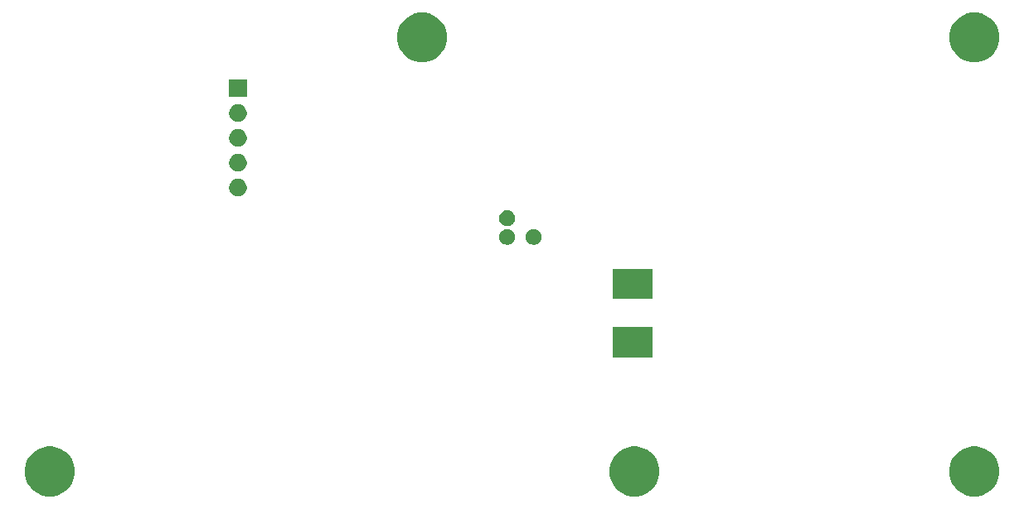
<source format=gbs>
G04 #@! TF.GenerationSoftware,KiCad,Pcbnew,(5.1.5)-3*
G04 #@! TF.CreationDate,2021-03-29T18:53:01-07:00*
G04 #@! TF.ProjectId,PatchV2,50617463-6856-4322-9e6b-696361645f70,rev?*
G04 #@! TF.SameCoordinates,Original*
G04 #@! TF.FileFunction,Soldermask,Bot*
G04 #@! TF.FilePolarity,Negative*
%FSLAX46Y46*%
G04 Gerber Fmt 4.6, Leading zero omitted, Abs format (unit mm)*
G04 Created by KiCad (PCBNEW (5.1.5)-3) date 2021-03-29 18:53:01*
%MOMM*%
%LPD*%
G04 APERTURE LIST*
%ADD10C,0.100000*%
G04 APERTURE END LIST*
D10*
G36*
X113244098Y-94747033D02*
G01*
X113708350Y-94939332D01*
X113708352Y-94939333D01*
X114126168Y-95218509D01*
X114481491Y-95573832D01*
X114760667Y-95991648D01*
X114760668Y-95991650D01*
X114952967Y-96455902D01*
X115051000Y-96948747D01*
X115051000Y-97451253D01*
X114952967Y-97944098D01*
X114760668Y-98408350D01*
X114760667Y-98408352D01*
X114481491Y-98826168D01*
X114126168Y-99181491D01*
X113708352Y-99460667D01*
X113708351Y-99460668D01*
X113708350Y-99460668D01*
X113244098Y-99652967D01*
X112751253Y-99751000D01*
X112248747Y-99751000D01*
X111755902Y-99652967D01*
X111291650Y-99460668D01*
X111291649Y-99460668D01*
X111291648Y-99460667D01*
X110873832Y-99181491D01*
X110518509Y-98826168D01*
X110239333Y-98408352D01*
X110239332Y-98408350D01*
X110047033Y-97944098D01*
X109949000Y-97451253D01*
X109949000Y-96948747D01*
X110047033Y-96455902D01*
X110239332Y-95991650D01*
X110239333Y-95991648D01*
X110518509Y-95573832D01*
X110873832Y-95218509D01*
X111291648Y-94939333D01*
X111291650Y-94939332D01*
X111755902Y-94747033D01*
X112248747Y-94649000D01*
X112751253Y-94649000D01*
X113244098Y-94747033D01*
G37*
G36*
X53544098Y-94747033D02*
G01*
X54008350Y-94939332D01*
X54008352Y-94939333D01*
X54426168Y-95218509D01*
X54781491Y-95573832D01*
X55060667Y-95991648D01*
X55060668Y-95991650D01*
X55252967Y-96455902D01*
X55351000Y-96948747D01*
X55351000Y-97451253D01*
X55252967Y-97944098D01*
X55060668Y-98408350D01*
X55060667Y-98408352D01*
X54781491Y-98826168D01*
X54426168Y-99181491D01*
X54008352Y-99460667D01*
X54008351Y-99460668D01*
X54008350Y-99460668D01*
X53544098Y-99652967D01*
X53051253Y-99751000D01*
X52548747Y-99751000D01*
X52055902Y-99652967D01*
X51591650Y-99460668D01*
X51591649Y-99460668D01*
X51591648Y-99460667D01*
X51173832Y-99181491D01*
X50818509Y-98826168D01*
X50539333Y-98408352D01*
X50539332Y-98408350D01*
X50347033Y-97944098D01*
X50249000Y-97451253D01*
X50249000Y-96948747D01*
X50347033Y-96455902D01*
X50539332Y-95991650D01*
X50539333Y-95991648D01*
X50818509Y-95573832D01*
X51173832Y-95218509D01*
X51591648Y-94939333D01*
X51591650Y-94939332D01*
X52055902Y-94747033D01*
X52548747Y-94649000D01*
X53051253Y-94649000D01*
X53544098Y-94747033D01*
G37*
G36*
X147944098Y-94747033D02*
G01*
X148408350Y-94939332D01*
X148408352Y-94939333D01*
X148826168Y-95218509D01*
X149181491Y-95573832D01*
X149460667Y-95991648D01*
X149460668Y-95991650D01*
X149652967Y-96455902D01*
X149751000Y-96948747D01*
X149751000Y-97451253D01*
X149652967Y-97944098D01*
X149460668Y-98408350D01*
X149460667Y-98408352D01*
X149181491Y-98826168D01*
X148826168Y-99181491D01*
X148408352Y-99460667D01*
X148408351Y-99460668D01*
X148408350Y-99460668D01*
X147944098Y-99652967D01*
X147451253Y-99751000D01*
X146948747Y-99751000D01*
X146455902Y-99652967D01*
X145991650Y-99460668D01*
X145991649Y-99460668D01*
X145991648Y-99460667D01*
X145573832Y-99181491D01*
X145218509Y-98826168D01*
X144939333Y-98408352D01*
X144939332Y-98408350D01*
X144747033Y-97944098D01*
X144649000Y-97451253D01*
X144649000Y-96948747D01*
X144747033Y-96455902D01*
X144939332Y-95991650D01*
X144939333Y-95991648D01*
X145218509Y-95573832D01*
X145573832Y-95218509D01*
X145991648Y-94939333D01*
X145991650Y-94939332D01*
X146455902Y-94747033D01*
X146948747Y-94649000D01*
X147451253Y-94649000D01*
X147944098Y-94747033D01*
G37*
G36*
X114376000Y-85551000D02*
G01*
X110274000Y-85551000D01*
X110274000Y-82449000D01*
X114376000Y-82449000D01*
X114376000Y-85551000D01*
G37*
G36*
X114376000Y-79551000D02*
G01*
X110274000Y-79551000D01*
X110274000Y-76449000D01*
X114376000Y-76449000D01*
X114376000Y-79551000D01*
G37*
G36*
X99737142Y-72418242D02*
G01*
X99885101Y-72479529D01*
X100018255Y-72568499D01*
X100131501Y-72681745D01*
X100220471Y-72814899D01*
X100281758Y-72962858D01*
X100313000Y-73119925D01*
X100313000Y-73280075D01*
X100281758Y-73437142D01*
X100220471Y-73585101D01*
X100131501Y-73718255D01*
X100018255Y-73831501D01*
X99885101Y-73920471D01*
X99737142Y-73981758D01*
X99580075Y-74013000D01*
X99419925Y-74013000D01*
X99262858Y-73981758D01*
X99114899Y-73920471D01*
X98981745Y-73831501D01*
X98868499Y-73718255D01*
X98779529Y-73585101D01*
X98718242Y-73437142D01*
X98687000Y-73280075D01*
X98687000Y-73119925D01*
X98718242Y-72962858D01*
X98779529Y-72814899D01*
X98868499Y-72681745D01*
X98981745Y-72568499D01*
X99114899Y-72479529D01*
X99262858Y-72418242D01*
X99419925Y-72387000D01*
X99580075Y-72387000D01*
X99737142Y-72418242D01*
G37*
G36*
X102437142Y-72418242D02*
G01*
X102585101Y-72479529D01*
X102718255Y-72568499D01*
X102831501Y-72681745D01*
X102920471Y-72814899D01*
X102981758Y-72962858D01*
X103013000Y-73119925D01*
X103013000Y-73280075D01*
X102981758Y-73437142D01*
X102920471Y-73585101D01*
X102831501Y-73718255D01*
X102718255Y-73831501D01*
X102585101Y-73920471D01*
X102437142Y-73981758D01*
X102280075Y-74013000D01*
X102119925Y-74013000D01*
X101962858Y-73981758D01*
X101814899Y-73920471D01*
X101681745Y-73831501D01*
X101568499Y-73718255D01*
X101479529Y-73585101D01*
X101418242Y-73437142D01*
X101387000Y-73280075D01*
X101387000Y-73119925D01*
X101418242Y-72962858D01*
X101479529Y-72814899D01*
X101568499Y-72681745D01*
X101681745Y-72568499D01*
X101814899Y-72479529D01*
X101962858Y-72418242D01*
X102119925Y-72387000D01*
X102280075Y-72387000D01*
X102437142Y-72418242D01*
G37*
G36*
X99737142Y-70518242D02*
G01*
X99885101Y-70579529D01*
X100018255Y-70668499D01*
X100131501Y-70781745D01*
X100220471Y-70914899D01*
X100281758Y-71062858D01*
X100313000Y-71219925D01*
X100313000Y-71380075D01*
X100281758Y-71537142D01*
X100220471Y-71685101D01*
X100131501Y-71818255D01*
X100018255Y-71931501D01*
X99885101Y-72020471D01*
X99737142Y-72081758D01*
X99580075Y-72113000D01*
X99419925Y-72113000D01*
X99262858Y-72081758D01*
X99114899Y-72020471D01*
X98981745Y-71931501D01*
X98868499Y-71818255D01*
X98779529Y-71685101D01*
X98718242Y-71537142D01*
X98687000Y-71380075D01*
X98687000Y-71219925D01*
X98718242Y-71062858D01*
X98779529Y-70914899D01*
X98868499Y-70781745D01*
X98981745Y-70668499D01*
X99114899Y-70579529D01*
X99262858Y-70518242D01*
X99419925Y-70487000D01*
X99580075Y-70487000D01*
X99737142Y-70518242D01*
G37*
G36*
X72113512Y-67263927D02*
G01*
X72262812Y-67293624D01*
X72426784Y-67361544D01*
X72574354Y-67460147D01*
X72699853Y-67585646D01*
X72798456Y-67733216D01*
X72866376Y-67897188D01*
X72901000Y-68071259D01*
X72901000Y-68248741D01*
X72866376Y-68422812D01*
X72798456Y-68586784D01*
X72699853Y-68734354D01*
X72574354Y-68859853D01*
X72426784Y-68958456D01*
X72262812Y-69026376D01*
X72113512Y-69056073D01*
X72088742Y-69061000D01*
X71911258Y-69061000D01*
X71886488Y-69056073D01*
X71737188Y-69026376D01*
X71573216Y-68958456D01*
X71425646Y-68859853D01*
X71300147Y-68734354D01*
X71201544Y-68586784D01*
X71133624Y-68422812D01*
X71099000Y-68248741D01*
X71099000Y-68071259D01*
X71133624Y-67897188D01*
X71201544Y-67733216D01*
X71300147Y-67585646D01*
X71425646Y-67460147D01*
X71573216Y-67361544D01*
X71737188Y-67293624D01*
X71886488Y-67263927D01*
X71911258Y-67259000D01*
X72088742Y-67259000D01*
X72113512Y-67263927D01*
G37*
G36*
X72113512Y-64723927D02*
G01*
X72262812Y-64753624D01*
X72426784Y-64821544D01*
X72574354Y-64920147D01*
X72699853Y-65045646D01*
X72798456Y-65193216D01*
X72866376Y-65357188D01*
X72901000Y-65531259D01*
X72901000Y-65708741D01*
X72866376Y-65882812D01*
X72798456Y-66046784D01*
X72699853Y-66194354D01*
X72574354Y-66319853D01*
X72426784Y-66418456D01*
X72262812Y-66486376D01*
X72113512Y-66516073D01*
X72088742Y-66521000D01*
X71911258Y-66521000D01*
X71886488Y-66516073D01*
X71737188Y-66486376D01*
X71573216Y-66418456D01*
X71425646Y-66319853D01*
X71300147Y-66194354D01*
X71201544Y-66046784D01*
X71133624Y-65882812D01*
X71099000Y-65708741D01*
X71099000Y-65531259D01*
X71133624Y-65357188D01*
X71201544Y-65193216D01*
X71300147Y-65045646D01*
X71425646Y-64920147D01*
X71573216Y-64821544D01*
X71737188Y-64753624D01*
X71886488Y-64723927D01*
X71911258Y-64719000D01*
X72088742Y-64719000D01*
X72113512Y-64723927D01*
G37*
G36*
X72113512Y-62183927D02*
G01*
X72262812Y-62213624D01*
X72426784Y-62281544D01*
X72574354Y-62380147D01*
X72699853Y-62505646D01*
X72798456Y-62653216D01*
X72866376Y-62817188D01*
X72901000Y-62991259D01*
X72901000Y-63168741D01*
X72866376Y-63342812D01*
X72798456Y-63506784D01*
X72699853Y-63654354D01*
X72574354Y-63779853D01*
X72426784Y-63878456D01*
X72262812Y-63946376D01*
X72113512Y-63976073D01*
X72088742Y-63981000D01*
X71911258Y-63981000D01*
X71886488Y-63976073D01*
X71737188Y-63946376D01*
X71573216Y-63878456D01*
X71425646Y-63779853D01*
X71300147Y-63654354D01*
X71201544Y-63506784D01*
X71133624Y-63342812D01*
X71099000Y-63168741D01*
X71099000Y-62991259D01*
X71133624Y-62817188D01*
X71201544Y-62653216D01*
X71300147Y-62505646D01*
X71425646Y-62380147D01*
X71573216Y-62281544D01*
X71737188Y-62213624D01*
X71886488Y-62183927D01*
X71911258Y-62179000D01*
X72088742Y-62179000D01*
X72113512Y-62183927D01*
G37*
G36*
X72113512Y-59643927D02*
G01*
X72262812Y-59673624D01*
X72426784Y-59741544D01*
X72574354Y-59840147D01*
X72699853Y-59965646D01*
X72798456Y-60113216D01*
X72866376Y-60277188D01*
X72901000Y-60451259D01*
X72901000Y-60628741D01*
X72866376Y-60802812D01*
X72798456Y-60966784D01*
X72699853Y-61114354D01*
X72574354Y-61239853D01*
X72426784Y-61338456D01*
X72262812Y-61406376D01*
X72113512Y-61436073D01*
X72088742Y-61441000D01*
X71911258Y-61441000D01*
X71886488Y-61436073D01*
X71737188Y-61406376D01*
X71573216Y-61338456D01*
X71425646Y-61239853D01*
X71300147Y-61114354D01*
X71201544Y-60966784D01*
X71133624Y-60802812D01*
X71099000Y-60628741D01*
X71099000Y-60451259D01*
X71133624Y-60277188D01*
X71201544Y-60113216D01*
X71300147Y-59965646D01*
X71425646Y-59840147D01*
X71573216Y-59741544D01*
X71737188Y-59673624D01*
X71886488Y-59643927D01*
X71911258Y-59639000D01*
X72088742Y-59639000D01*
X72113512Y-59643927D01*
G37*
G36*
X72901000Y-58901000D02*
G01*
X71099000Y-58901000D01*
X71099000Y-57099000D01*
X72901000Y-57099000D01*
X72901000Y-58901000D01*
G37*
G36*
X147944098Y-50347033D02*
G01*
X148408350Y-50539332D01*
X148408352Y-50539333D01*
X148826168Y-50818509D01*
X149181491Y-51173832D01*
X149460667Y-51591648D01*
X149460668Y-51591650D01*
X149652967Y-52055902D01*
X149751000Y-52548747D01*
X149751000Y-53051253D01*
X149652967Y-53544098D01*
X149460668Y-54008350D01*
X149460667Y-54008352D01*
X149181491Y-54426168D01*
X148826168Y-54781491D01*
X148408352Y-55060667D01*
X148408351Y-55060668D01*
X148408350Y-55060668D01*
X147944098Y-55252967D01*
X147451253Y-55351000D01*
X146948747Y-55351000D01*
X146455902Y-55252967D01*
X145991650Y-55060668D01*
X145991649Y-55060668D01*
X145991648Y-55060667D01*
X145573832Y-54781491D01*
X145218509Y-54426168D01*
X144939333Y-54008352D01*
X144939332Y-54008350D01*
X144747033Y-53544098D01*
X144649000Y-53051253D01*
X144649000Y-52548747D01*
X144747033Y-52055902D01*
X144939332Y-51591650D01*
X144939333Y-51591648D01*
X145218509Y-51173832D01*
X145573832Y-50818509D01*
X145991648Y-50539333D01*
X145991650Y-50539332D01*
X146455902Y-50347033D01*
X146948747Y-50249000D01*
X147451253Y-50249000D01*
X147944098Y-50347033D01*
G37*
G36*
X91544098Y-50347033D02*
G01*
X92008350Y-50539332D01*
X92008352Y-50539333D01*
X92426168Y-50818509D01*
X92781491Y-51173832D01*
X93060667Y-51591648D01*
X93060668Y-51591650D01*
X93252967Y-52055902D01*
X93351000Y-52548747D01*
X93351000Y-53051253D01*
X93252967Y-53544098D01*
X93060668Y-54008350D01*
X93060667Y-54008352D01*
X92781491Y-54426168D01*
X92426168Y-54781491D01*
X92008352Y-55060667D01*
X92008351Y-55060668D01*
X92008350Y-55060668D01*
X91544098Y-55252967D01*
X91051253Y-55351000D01*
X90548747Y-55351000D01*
X90055902Y-55252967D01*
X89591650Y-55060668D01*
X89591649Y-55060668D01*
X89591648Y-55060667D01*
X89173832Y-54781491D01*
X88818509Y-54426168D01*
X88539333Y-54008352D01*
X88539332Y-54008350D01*
X88347033Y-53544098D01*
X88249000Y-53051253D01*
X88249000Y-52548747D01*
X88347033Y-52055902D01*
X88539332Y-51591650D01*
X88539333Y-51591648D01*
X88818509Y-51173832D01*
X89173832Y-50818509D01*
X89591648Y-50539333D01*
X89591650Y-50539332D01*
X90055902Y-50347033D01*
X90548747Y-50249000D01*
X91051253Y-50249000D01*
X91544098Y-50347033D01*
G37*
M02*

</source>
